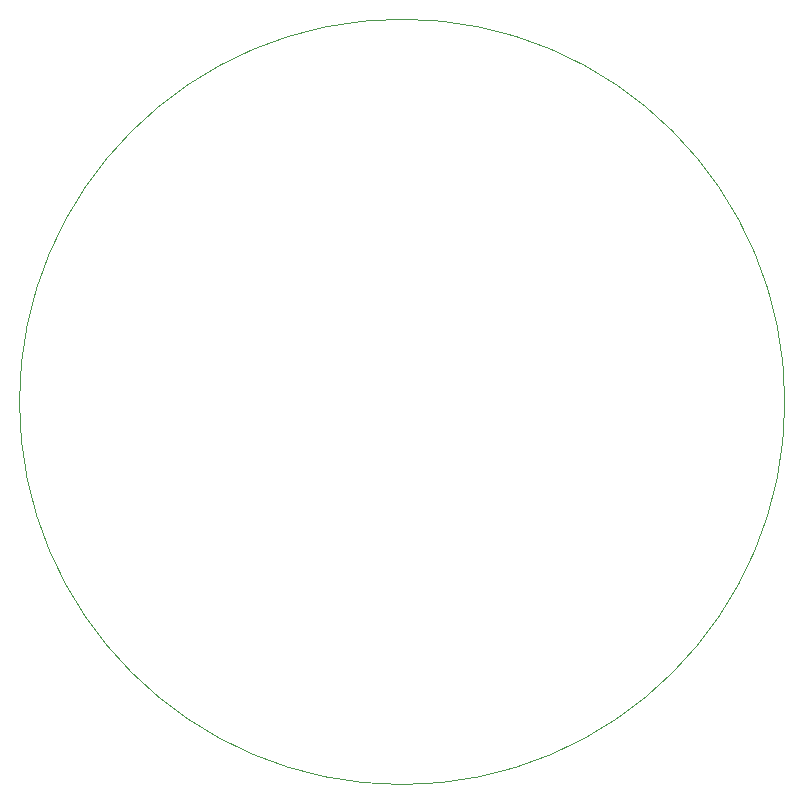
<source format=gbr>
G04 #@! TF.GenerationSoftware,KiCad,Pcbnew,(5.1.5)-3*
G04 #@! TF.CreationDate,2020-09-29T12:27:54-04:00*
G04 #@! TF.ProjectId,LED-Driver-STM,4c45442d-4472-4697-9665-722d53544d2e,rev?*
G04 #@! TF.SameCoordinates,Original*
G04 #@! TF.FileFunction,Profile,NP*
%FSLAX46Y46*%
G04 Gerber Fmt 4.6, Leading zero omitted, Abs format (unit mm)*
G04 Created by KiCad (PCBNEW (5.1.5)-3) date 2020-09-29 12:27:54*
%MOMM*%
%LPD*%
G04 APERTURE LIST*
%ADD10C,0.050000*%
G04 APERTURE END LIST*
D10*
X153300000Y-121000000D02*
G75*
G03X153300000Y-121000000I-32400000J0D01*
G01*
M02*

</source>
